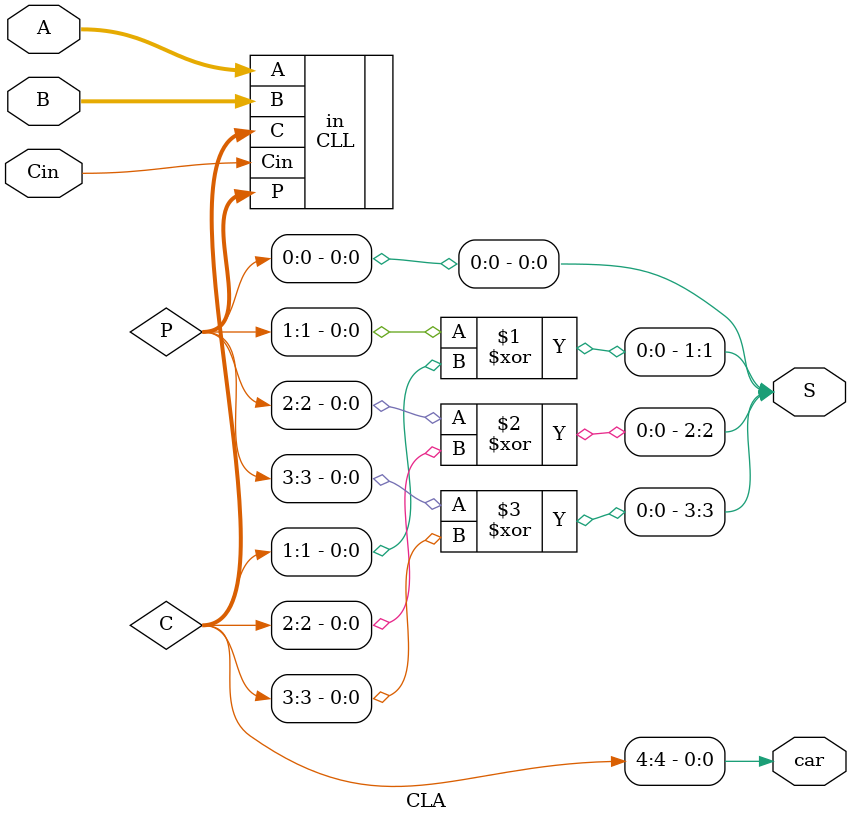
<source format=v>
`timescale 1ns / 1ps


module CLA(
    input [3:0]A,B,
    input Cin,
    output [3:0]S,
    output car
    );
    
    wire [4:1]C;
    wire [3:0]P;
    
    CLL in(.A(A),.B(B),.Cin(Cin),.C(C),.P(P));
    
    assign S[0] = P[0];
    assign S[1] = P[1]^C[1];
    assign S[2] = P[2]^C[2];
    assign S[3] = P[3]^C[3];
    assign car = C[4];
    
endmodule

</source>
